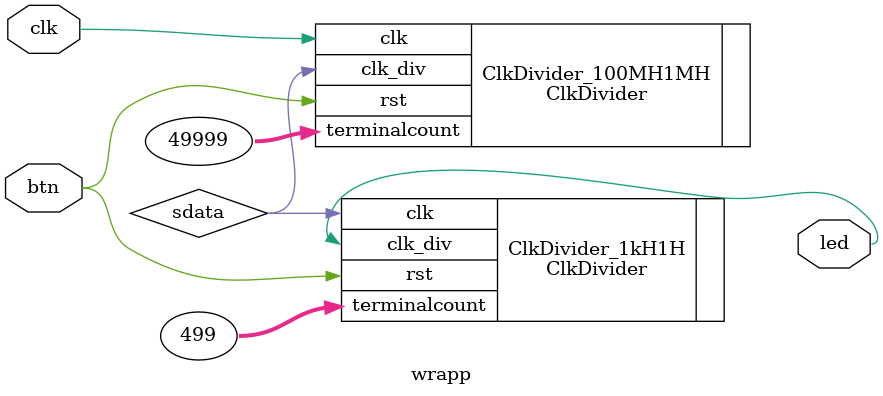
<source format=v>
`timescale 1ns / 1ps


module wrapp(

input clk, btn,
output led

    );
    
    wire sdata;
    
     ClkDivider   ClkDivider_100MH1MH(
     
     .clk(clk),
     .rst(btn),
   .terminalcount(50000-1),
   .clk_div(sdata)
     );
     
     
      ClkDivider   ClkDivider_1kH1H(
     
     .clk(sdata),
     .rst(btn),
   .terminalcount(500-1),
   .clk_div(led)
     );
    
endmodule

</source>
